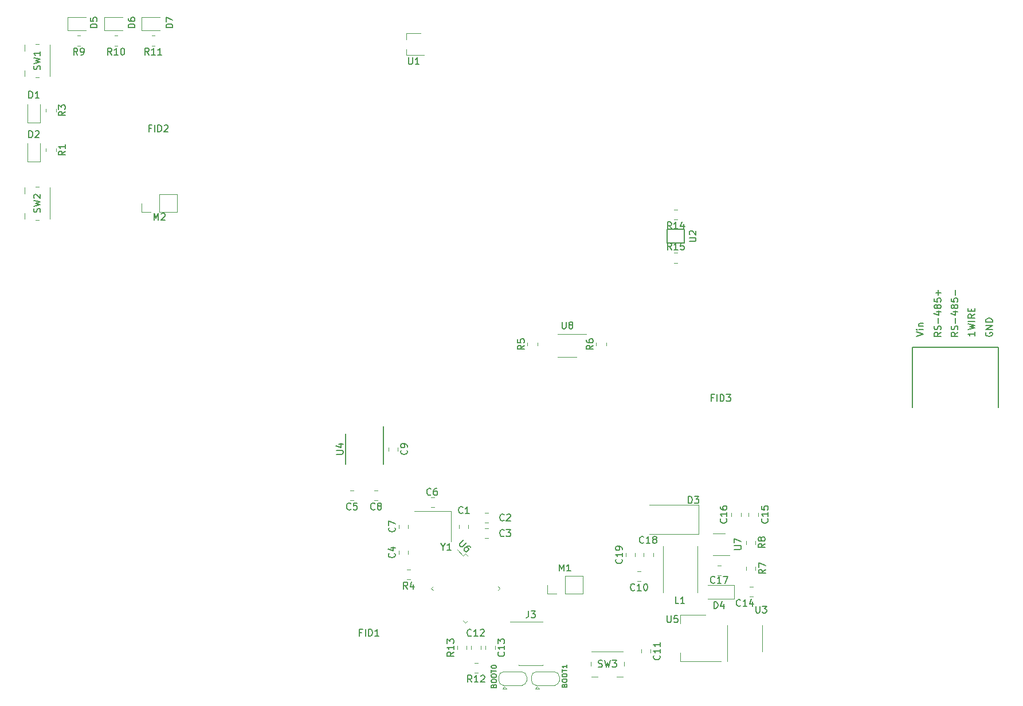
<source format=gto>
G04 #@! TF.GenerationSoftware,KiCad,Pcbnew,5.1.9+dfsg1-1~bpo10+1*
G04 #@! TF.CreationDate,2021-02-28T00:22:43+00:00*
G04 #@! TF.ProjectId,mobo,6d6f626f-2e6b-4696-9361-645f70636258,rev?*
G04 #@! TF.SameCoordinates,Original*
G04 #@! TF.FileFunction,Legend,Top*
G04 #@! TF.FilePolarity,Positive*
%FSLAX46Y46*%
G04 Gerber Fmt 4.6, Leading zero omitted, Abs format (unit mm)*
G04 Created by KiCad (PCBNEW 5.1.9+dfsg1-1~bpo10+1) date 2021-02-28 00:22:43*
%MOMM*%
%LPD*%
G01*
G04 APERTURE LIST*
%ADD10C,0.150000*%
%ADD11C,0.120000*%
G04 APERTURE END LIST*
D10*
X85746428Y-104775000D02*
X85782142Y-104667857D01*
X85817857Y-104632142D01*
X85889285Y-104596428D01*
X85996428Y-104596428D01*
X86067857Y-104632142D01*
X86103571Y-104667857D01*
X86139285Y-104739285D01*
X86139285Y-105025000D01*
X85389285Y-105025000D01*
X85389285Y-104775000D01*
X85425000Y-104703571D01*
X85460714Y-104667857D01*
X85532142Y-104632142D01*
X85603571Y-104632142D01*
X85675000Y-104667857D01*
X85710714Y-104703571D01*
X85746428Y-104775000D01*
X85746428Y-105025000D01*
X85389285Y-104132142D02*
X85389285Y-103989285D01*
X85425000Y-103917857D01*
X85496428Y-103846428D01*
X85639285Y-103810714D01*
X85889285Y-103810714D01*
X86032142Y-103846428D01*
X86103571Y-103917857D01*
X86139285Y-103989285D01*
X86139285Y-104132142D01*
X86103571Y-104203571D01*
X86032142Y-104275000D01*
X85889285Y-104310714D01*
X85639285Y-104310714D01*
X85496428Y-104275000D01*
X85425000Y-104203571D01*
X85389285Y-104132142D01*
X85389285Y-103346428D02*
X85389285Y-103203571D01*
X85425000Y-103132142D01*
X85496428Y-103060714D01*
X85639285Y-103025000D01*
X85889285Y-103025000D01*
X86032142Y-103060714D01*
X86103571Y-103132142D01*
X86139285Y-103203571D01*
X86139285Y-103346428D01*
X86103571Y-103417857D01*
X86032142Y-103489285D01*
X85889285Y-103525000D01*
X85639285Y-103525000D01*
X85496428Y-103489285D01*
X85425000Y-103417857D01*
X85389285Y-103346428D01*
X85389285Y-102810714D02*
X85389285Y-102382142D01*
X86139285Y-102596428D02*
X85389285Y-102596428D01*
X86139285Y-101739285D02*
X86139285Y-102167857D01*
X86139285Y-101953571D02*
X85389285Y-101953571D01*
X85496428Y-102025000D01*
X85567857Y-102096428D01*
X85603571Y-102167857D01*
X75296428Y-104825000D02*
X75332142Y-104717857D01*
X75367857Y-104682142D01*
X75439285Y-104646428D01*
X75546428Y-104646428D01*
X75617857Y-104682142D01*
X75653571Y-104717857D01*
X75689285Y-104789285D01*
X75689285Y-105075000D01*
X74939285Y-105075000D01*
X74939285Y-104825000D01*
X74975000Y-104753571D01*
X75010714Y-104717857D01*
X75082142Y-104682142D01*
X75153571Y-104682142D01*
X75225000Y-104717857D01*
X75260714Y-104753571D01*
X75296428Y-104825000D01*
X75296428Y-105075000D01*
X74939285Y-104182142D02*
X74939285Y-104039285D01*
X74975000Y-103967857D01*
X75046428Y-103896428D01*
X75189285Y-103860714D01*
X75439285Y-103860714D01*
X75582142Y-103896428D01*
X75653571Y-103967857D01*
X75689285Y-104039285D01*
X75689285Y-104182142D01*
X75653571Y-104253571D01*
X75582142Y-104325000D01*
X75439285Y-104360714D01*
X75189285Y-104360714D01*
X75046428Y-104325000D01*
X74975000Y-104253571D01*
X74939285Y-104182142D01*
X74939285Y-103396428D02*
X74939285Y-103253571D01*
X74975000Y-103182142D01*
X75046428Y-103110714D01*
X75189285Y-103075000D01*
X75439285Y-103075000D01*
X75582142Y-103110714D01*
X75653571Y-103182142D01*
X75689285Y-103253571D01*
X75689285Y-103396428D01*
X75653571Y-103467857D01*
X75582142Y-103539285D01*
X75439285Y-103575000D01*
X75189285Y-103575000D01*
X75046428Y-103539285D01*
X74975000Y-103467857D01*
X74939285Y-103396428D01*
X74939285Y-102860714D02*
X74939285Y-102432142D01*
X75689285Y-102646428D02*
X74939285Y-102646428D01*
X74939285Y-102039285D02*
X74939285Y-101967857D01*
X74975000Y-101896428D01*
X75010714Y-101860714D01*
X75082142Y-101825000D01*
X75225000Y-101789285D01*
X75403571Y-101789285D01*
X75546428Y-101825000D01*
X75617857Y-101860714D01*
X75653571Y-101896428D01*
X75689285Y-101967857D01*
X75689285Y-102039285D01*
X75653571Y-102110714D01*
X75617857Y-102146428D01*
X75546428Y-102182142D01*
X75403571Y-102217857D01*
X75225000Y-102217857D01*
X75082142Y-102182142D01*
X75010714Y-102146428D01*
X74975000Y-102110714D01*
X74939285Y-102039285D01*
X148020000Y-52619904D02*
X147972380Y-52715142D01*
X147972380Y-52858000D01*
X148020000Y-53000857D01*
X148115238Y-53096095D01*
X148210476Y-53143714D01*
X148400952Y-53191333D01*
X148543809Y-53191333D01*
X148734285Y-53143714D01*
X148829523Y-53096095D01*
X148924761Y-53000857D01*
X148972380Y-52858000D01*
X148972380Y-52762761D01*
X148924761Y-52619904D01*
X148877142Y-52572285D01*
X148543809Y-52572285D01*
X148543809Y-52762761D01*
X148972380Y-52143714D02*
X147972380Y-52143714D01*
X148972380Y-51572285D01*
X147972380Y-51572285D01*
X148972380Y-51096095D02*
X147972380Y-51096095D01*
X147972380Y-50858000D01*
X148020000Y-50715142D01*
X148115238Y-50619904D01*
X148210476Y-50572285D01*
X148400952Y-50524666D01*
X148543809Y-50524666D01*
X148734285Y-50572285D01*
X148829523Y-50619904D01*
X148924761Y-50715142D01*
X148972380Y-50858000D01*
X148972380Y-51096095D01*
X146372380Y-52534190D02*
X146372380Y-53105619D01*
X146372380Y-52819904D02*
X145372380Y-52819904D01*
X145515238Y-52915142D01*
X145610476Y-53010380D01*
X145658095Y-53105619D01*
X145372380Y-52200857D02*
X146372380Y-51962761D01*
X145658095Y-51772285D01*
X146372380Y-51581809D01*
X145372380Y-51343714D01*
X146372380Y-50962761D02*
X145372380Y-50962761D01*
X146372380Y-49915142D02*
X145896190Y-50248476D01*
X146372380Y-50486571D02*
X145372380Y-50486571D01*
X145372380Y-50105619D01*
X145420000Y-50010380D01*
X145467619Y-49962761D01*
X145562857Y-49915142D01*
X145705714Y-49915142D01*
X145800952Y-49962761D01*
X145848571Y-50010380D01*
X145896190Y-50105619D01*
X145896190Y-50486571D01*
X145848571Y-49486571D02*
X145848571Y-49153238D01*
X146372380Y-49010380D02*
X146372380Y-49486571D01*
X145372380Y-49486571D01*
X145372380Y-49010380D01*
X143872380Y-52591333D02*
X143396190Y-52924666D01*
X143872380Y-53162761D02*
X142872380Y-53162761D01*
X142872380Y-52781809D01*
X142920000Y-52686571D01*
X142967619Y-52638952D01*
X143062857Y-52591333D01*
X143205714Y-52591333D01*
X143300952Y-52638952D01*
X143348571Y-52686571D01*
X143396190Y-52781809D01*
X143396190Y-53162761D01*
X143824761Y-52210380D02*
X143872380Y-52067523D01*
X143872380Y-51829428D01*
X143824761Y-51734190D01*
X143777142Y-51686571D01*
X143681904Y-51638952D01*
X143586666Y-51638952D01*
X143491428Y-51686571D01*
X143443809Y-51734190D01*
X143396190Y-51829428D01*
X143348571Y-52019904D01*
X143300952Y-52115142D01*
X143253333Y-52162761D01*
X143158095Y-52210380D01*
X143062857Y-52210380D01*
X142967619Y-52162761D01*
X142920000Y-52115142D01*
X142872380Y-52019904D01*
X142872380Y-51781809D01*
X142920000Y-51638952D01*
X143491428Y-51210380D02*
X143491428Y-50448476D01*
X143205714Y-49543714D02*
X143872380Y-49543714D01*
X142824761Y-49781809D02*
X143539047Y-50019904D01*
X143539047Y-49400857D01*
X143300952Y-48877047D02*
X143253333Y-48972285D01*
X143205714Y-49019904D01*
X143110476Y-49067523D01*
X143062857Y-49067523D01*
X142967619Y-49019904D01*
X142920000Y-48972285D01*
X142872380Y-48877047D01*
X142872380Y-48686571D01*
X142920000Y-48591333D01*
X142967619Y-48543714D01*
X143062857Y-48496095D01*
X143110476Y-48496095D01*
X143205714Y-48543714D01*
X143253333Y-48591333D01*
X143300952Y-48686571D01*
X143300952Y-48877047D01*
X143348571Y-48972285D01*
X143396190Y-49019904D01*
X143491428Y-49067523D01*
X143681904Y-49067523D01*
X143777142Y-49019904D01*
X143824761Y-48972285D01*
X143872380Y-48877047D01*
X143872380Y-48686571D01*
X143824761Y-48591333D01*
X143777142Y-48543714D01*
X143681904Y-48496095D01*
X143491428Y-48496095D01*
X143396190Y-48543714D01*
X143348571Y-48591333D01*
X143300952Y-48686571D01*
X142872380Y-47591333D02*
X142872380Y-48067523D01*
X143348571Y-48115142D01*
X143300952Y-48067523D01*
X143253333Y-47972285D01*
X143253333Y-47734190D01*
X143300952Y-47638952D01*
X143348571Y-47591333D01*
X143443809Y-47543714D01*
X143681904Y-47543714D01*
X143777142Y-47591333D01*
X143824761Y-47638952D01*
X143872380Y-47734190D01*
X143872380Y-47972285D01*
X143824761Y-48067523D01*
X143777142Y-48115142D01*
X143491428Y-47115142D02*
X143491428Y-46353238D01*
X141372380Y-52591333D02*
X140896190Y-52924666D01*
X141372380Y-53162761D02*
X140372380Y-53162761D01*
X140372380Y-52781809D01*
X140420000Y-52686571D01*
X140467619Y-52638952D01*
X140562857Y-52591333D01*
X140705714Y-52591333D01*
X140800952Y-52638952D01*
X140848571Y-52686571D01*
X140896190Y-52781809D01*
X140896190Y-53162761D01*
X141324761Y-52210380D02*
X141372380Y-52067523D01*
X141372380Y-51829428D01*
X141324761Y-51734190D01*
X141277142Y-51686571D01*
X141181904Y-51638952D01*
X141086666Y-51638952D01*
X140991428Y-51686571D01*
X140943809Y-51734190D01*
X140896190Y-51829428D01*
X140848571Y-52019904D01*
X140800952Y-52115142D01*
X140753333Y-52162761D01*
X140658095Y-52210380D01*
X140562857Y-52210380D01*
X140467619Y-52162761D01*
X140420000Y-52115142D01*
X140372380Y-52019904D01*
X140372380Y-51781809D01*
X140420000Y-51638952D01*
X140991428Y-51210380D02*
X140991428Y-50448476D01*
X140705714Y-49543714D02*
X141372380Y-49543714D01*
X140324761Y-49781809D02*
X141039047Y-50019904D01*
X141039047Y-49400857D01*
X140800952Y-48877047D02*
X140753333Y-48972285D01*
X140705714Y-49019904D01*
X140610476Y-49067523D01*
X140562857Y-49067523D01*
X140467619Y-49019904D01*
X140420000Y-48972285D01*
X140372380Y-48877047D01*
X140372380Y-48686571D01*
X140420000Y-48591333D01*
X140467619Y-48543714D01*
X140562857Y-48496095D01*
X140610476Y-48496095D01*
X140705714Y-48543714D01*
X140753333Y-48591333D01*
X140800952Y-48686571D01*
X140800952Y-48877047D01*
X140848571Y-48972285D01*
X140896190Y-49019904D01*
X140991428Y-49067523D01*
X141181904Y-49067523D01*
X141277142Y-49019904D01*
X141324761Y-48972285D01*
X141372380Y-48877047D01*
X141372380Y-48686571D01*
X141324761Y-48591333D01*
X141277142Y-48543714D01*
X141181904Y-48496095D01*
X140991428Y-48496095D01*
X140896190Y-48543714D01*
X140848571Y-48591333D01*
X140800952Y-48686571D01*
X140372380Y-47591333D02*
X140372380Y-48067523D01*
X140848571Y-48115142D01*
X140800952Y-48067523D01*
X140753333Y-47972285D01*
X140753333Y-47734190D01*
X140800952Y-47638952D01*
X140848571Y-47591333D01*
X140943809Y-47543714D01*
X141181904Y-47543714D01*
X141277142Y-47591333D01*
X141324761Y-47638952D01*
X141372380Y-47734190D01*
X141372380Y-47972285D01*
X141324761Y-48067523D01*
X141277142Y-48115142D01*
X140991428Y-47115142D02*
X140991428Y-46353238D01*
X141372380Y-46734190D02*
X140610476Y-46734190D01*
X137772380Y-53181809D02*
X138772380Y-52848476D01*
X137772380Y-52515142D01*
X138772380Y-52181809D02*
X138105714Y-52181809D01*
X137772380Y-52181809D02*
X137820000Y-52229428D01*
X137867619Y-52181809D01*
X137820000Y-52134190D01*
X137772380Y-52181809D01*
X137867619Y-52181809D01*
X138105714Y-51705619D02*
X138772380Y-51705619D01*
X138200952Y-51705619D02*
X138153333Y-51658000D01*
X138105714Y-51562761D01*
X138105714Y-51419904D01*
X138153333Y-51324666D01*
X138248571Y-51277047D01*
X138772380Y-51277047D01*
D11*
X101972936Y-40865000D02*
X102427064Y-40865000D01*
X101972936Y-42335000D02*
X102427064Y-42335000D01*
X80291000Y-54583064D02*
X80291000Y-54128936D01*
X81761000Y-54583064D02*
X81761000Y-54128936D01*
X102427064Y-35935000D02*
X101972936Y-35935000D01*
X102427064Y-34465000D02*
X101972936Y-34465000D01*
X25227064Y-10235000D02*
X24772936Y-10235000D01*
X25227064Y-8765000D02*
X24772936Y-8765000D01*
X19727064Y-10235000D02*
X19272936Y-10235000D01*
X19727064Y-8765000D02*
X19272936Y-8765000D01*
X14227064Y-10235000D02*
X13772936Y-10235000D01*
X14227064Y-8765000D02*
X13772936Y-8765000D01*
X90451000Y-54583064D02*
X90451000Y-54128936D01*
X91921000Y-54583064D02*
X91921000Y-54128936D01*
X10641000Y-19584936D02*
X10641000Y-20039064D01*
X9171000Y-19584936D02*
X9171000Y-20039064D01*
X10641000Y-25426936D02*
X10641000Y-25881064D01*
X9171000Y-25426936D02*
X9171000Y-25881064D01*
X84769500Y-56250000D02*
X87569500Y-56250000D01*
X84769500Y-52850000D02*
X88969500Y-52850000D01*
X71576000Y-81538578D02*
X71576000Y-81021422D01*
X70156000Y-81538578D02*
X70156000Y-81021422D01*
X73987922Y-79300000D02*
X74505078Y-79300000D01*
X73987922Y-80720000D02*
X74505078Y-80720000D01*
X73987922Y-83006000D02*
X74505078Y-83006000D01*
X73987922Y-81586000D02*
X74505078Y-81586000D01*
X62686000Y-84831422D02*
X62686000Y-85348578D01*
X61266000Y-84831422D02*
X61266000Y-85348578D01*
X54614578Y-75998000D02*
X54097422Y-75998000D01*
X54614578Y-77418000D02*
X54097422Y-77418000D01*
X66552578Y-78434000D02*
X66035422Y-78434000D01*
X66552578Y-77014000D02*
X66035422Y-77014000D01*
X62686000Y-81538578D02*
X62686000Y-81021422D01*
X61266000Y-81538578D02*
X61266000Y-81021422D01*
X58170578Y-75998000D02*
X57653422Y-75998000D01*
X58170578Y-77418000D02*
X57653422Y-77418000D01*
X61162000Y-69591422D02*
X61162000Y-70108578D01*
X59742000Y-69591422D02*
X59742000Y-70108578D01*
X97032578Y-87936000D02*
X96515422Y-87936000D01*
X97032578Y-89356000D02*
X96515422Y-89356000D01*
X98500000Y-99436422D02*
X98500000Y-99953578D01*
X97080000Y-99436422D02*
X97080000Y-99953578D01*
X73417500Y-98928422D02*
X73417500Y-99445578D01*
X71997500Y-98928422D02*
X71997500Y-99445578D01*
X75513000Y-98928422D02*
X75513000Y-99445578D01*
X74093000Y-98928422D02*
X74093000Y-99445578D01*
X113103922Y-91642000D02*
X113621078Y-91642000D01*
X113103922Y-90222000D02*
X113621078Y-90222000D01*
X112955000Y-79243422D02*
X112955000Y-79760578D01*
X114375000Y-79243422D02*
X114375000Y-79760578D01*
X110415000Y-79243422D02*
X110415000Y-79760578D01*
X111835000Y-79243422D02*
X111835000Y-79760578D01*
X108843578Y-88467000D02*
X108326422Y-88467000D01*
X108843578Y-87047000D02*
X108326422Y-87047000D01*
X98881000Y-85729578D02*
X98881000Y-85212422D01*
X97461000Y-85729578D02*
X97461000Y-85212422D01*
X94794000Y-85729578D02*
X94794000Y-85212422D01*
X96214000Y-85729578D02*
X96214000Y-85212422D01*
X8326000Y-21575500D02*
X8326000Y-18890500D01*
X6406000Y-21575500D02*
X8326000Y-21575500D01*
X6406000Y-18890500D02*
X6406000Y-21575500D01*
X6406000Y-24654000D02*
X6406000Y-27339000D01*
X6406000Y-27339000D02*
X8326000Y-27339000D01*
X8326000Y-27339000D02*
X8326000Y-24654000D01*
X105565000Y-82414000D02*
X98265000Y-82414000D01*
X105565000Y-78114000D02*
X98265000Y-78114000D01*
X105565000Y-82414000D02*
X105565000Y-78114000D01*
X110835000Y-91932000D02*
X106935000Y-91932000D01*
X110835000Y-89932000D02*
X106935000Y-89932000D01*
X110835000Y-91932000D02*
X110835000Y-89932000D01*
D10*
X137130000Y-63710000D02*
X137130000Y-54820000D01*
X149830000Y-63710000D02*
X149830000Y-54820000D01*
X137130000Y-54820000D02*
X149830000Y-54820000D01*
D11*
X100320000Y-84180000D02*
X100320000Y-91080000D01*
X105420000Y-84180000D02*
X105420000Y-91080000D01*
X83252000Y-91246000D02*
X83252000Y-89916000D01*
X84582000Y-91246000D02*
X83252000Y-91246000D01*
X85852000Y-91246000D02*
X85852000Y-88586000D01*
X85852000Y-88586000D02*
X88452000Y-88586000D01*
X85852000Y-91246000D02*
X88452000Y-91246000D01*
X88452000Y-91246000D02*
X88452000Y-88586000D01*
X28498000Y-34858000D02*
X28498000Y-32198000D01*
X25898000Y-34858000D02*
X28498000Y-34858000D01*
X25898000Y-32198000D02*
X28498000Y-32198000D01*
X25898000Y-34858000D02*
X25898000Y-32198000D01*
X24628000Y-34858000D02*
X23298000Y-34858000D01*
X23298000Y-34858000D02*
X23298000Y-33528000D01*
X62996578Y-87682000D02*
X62479422Y-87682000D01*
X62996578Y-89102000D02*
X62479422Y-89102000D01*
X112574000Y-87713078D02*
X112574000Y-87195922D01*
X113994000Y-87713078D02*
X113994000Y-87195922D01*
X112574000Y-83385922D02*
X112574000Y-83903078D01*
X113994000Y-83385922D02*
X113994000Y-83903078D01*
X6024000Y-13871000D02*
X6024000Y-14796000D01*
X8149000Y-9996000D02*
X7599000Y-9996000D01*
X8149000Y-14896000D02*
X7599000Y-14896000D01*
X9724000Y-10096000D02*
X9724000Y-14796000D01*
X6024000Y-10096000D02*
X6024000Y-11021000D01*
X6024000Y-31178000D02*
X6024000Y-32103000D01*
X9724000Y-31178000D02*
X9724000Y-35878000D01*
X8149000Y-35978000D02*
X7599000Y-35978000D01*
X8149000Y-31078000D02*
X7599000Y-31078000D01*
X6024000Y-34953000D02*
X6024000Y-35878000D01*
X93500000Y-103450000D02*
X94425000Y-103450000D01*
X89625000Y-101325000D02*
X89625000Y-101875000D01*
X94525000Y-101325000D02*
X94525000Y-101875000D01*
X89725000Y-99750000D02*
X94425000Y-99750000D01*
X89725000Y-103450000D02*
X90650000Y-103450000D01*
X64551000Y-8431000D02*
X62401000Y-8431000D01*
X64976000Y-11651000D02*
X62401000Y-11651000D01*
X62401000Y-9341000D02*
X62401000Y-8431000D01*
X62401000Y-11651000D02*
X62401000Y-10741000D01*
X109835000Y-97790000D02*
X109835000Y-101240000D01*
X109835000Y-97790000D02*
X109835000Y-95840000D01*
X114955000Y-97790000D02*
X114955000Y-99740000D01*
X114955000Y-97790000D02*
X114955000Y-95840000D01*
D10*
X58970000Y-66456000D02*
X58970000Y-72081000D01*
X53420000Y-67581000D02*
X53420000Y-72081000D01*
D11*
X108875000Y-101200000D02*
X102865000Y-101200000D01*
X106625000Y-94380000D02*
X102865000Y-94380000D01*
X102865000Y-101200000D02*
X102865000Y-99940000D01*
X102865000Y-94380000D02*
X102865000Y-95640000D01*
X70801802Y-85636887D02*
X69889634Y-84724719D01*
X71120000Y-85318689D02*
X70801802Y-85636887D01*
X71438198Y-85636887D02*
X71120000Y-85318689D01*
X76225311Y-90424000D02*
X75907113Y-90742198D01*
X75907113Y-90105802D02*
X76225311Y-90424000D01*
X66014689Y-90424000D02*
X66332887Y-90105802D01*
X66332887Y-90742198D02*
X66014689Y-90424000D01*
X71120000Y-95529311D02*
X71438198Y-95211113D01*
X70801802Y-95211113D02*
X71120000Y-95529311D01*
X107685000Y-85557000D02*
X110135000Y-85557000D01*
X109485000Y-82337000D02*
X107685000Y-82337000D01*
X68994000Y-79030000D02*
X63594000Y-79030000D01*
X68994000Y-83530000D02*
X68994000Y-79030000D01*
X12377500Y-7960000D02*
X15062500Y-7960000D01*
X12377500Y-6040000D02*
X12377500Y-7960000D01*
X15062500Y-6040000D02*
X12377500Y-6040000D01*
X20500000Y-6040000D02*
X17815000Y-6040000D01*
X17815000Y-6040000D02*
X17815000Y-7960000D01*
X17815000Y-7960000D02*
X20500000Y-7960000D01*
X23315000Y-7960000D02*
X26000000Y-7960000D01*
X23315000Y-6040000D02*
X23315000Y-7960000D01*
X26000000Y-6040000D02*
X23315000Y-6040000D01*
X76705000Y-102759000D02*
X79505000Y-102759000D01*
X80155000Y-103459000D02*
X80155000Y-104059000D01*
X79505000Y-104759000D02*
X76705000Y-104759000D01*
X76055000Y-104059000D02*
X76055000Y-103459000D01*
X76905000Y-104959000D02*
X76605000Y-105259000D01*
X76605000Y-105259000D02*
X77205000Y-105259000D01*
X76905000Y-104959000D02*
X77205000Y-105259000D01*
X79455000Y-102759000D02*
G75*
G02*
X80155000Y-103459000I0J-700000D01*
G01*
X80155000Y-104059000D02*
G75*
G02*
X79455000Y-104759000I-700000J0D01*
G01*
X76755000Y-104759000D02*
G75*
G02*
X76055000Y-104059000I0J700000D01*
G01*
X76055000Y-103459000D02*
G75*
G02*
X76755000Y-102759000I700000J0D01*
G01*
X81731000Y-104959000D02*
X82031000Y-105259000D01*
X81431000Y-105259000D02*
X82031000Y-105259000D01*
X81731000Y-104959000D02*
X81431000Y-105259000D01*
X80881000Y-104059000D02*
X80881000Y-103459000D01*
X84331000Y-104759000D02*
X81531000Y-104759000D01*
X84981000Y-103459000D02*
X84981000Y-104059000D01*
X81531000Y-102759000D02*
X84331000Y-102759000D01*
X80881000Y-103459000D02*
G75*
G02*
X81581000Y-102759000I700000J0D01*
G01*
X81581000Y-104759000D02*
G75*
G02*
X80881000Y-104059000I0J700000D01*
G01*
X84981000Y-104059000D02*
G75*
G02*
X84281000Y-104759000I-700000J0D01*
G01*
X84281000Y-102759000D02*
G75*
G02*
X84981000Y-103459000I0J-700000D01*
G01*
X72966078Y-102881500D02*
X72448922Y-102881500D01*
X72966078Y-101461500D02*
X72448922Y-101461500D01*
X71322000Y-99445578D02*
X71322000Y-98928422D01*
X69902000Y-99445578D02*
X69902000Y-98928422D01*
D10*
X100925000Y-39400000D02*
X103425000Y-39400000D01*
X100925000Y-37400000D02*
X100925000Y-39400000D01*
X103425000Y-37400000D02*
X100925000Y-37400000D01*
X103425000Y-39400000D02*
X103425000Y-37400000D01*
D11*
X82537000Y-101722000D02*
X82537000Y-101787000D01*
X79007000Y-101722000D02*
X79007000Y-101787000D01*
X82537000Y-95317000D02*
X82537000Y-95382000D01*
X79007000Y-95317000D02*
X79007000Y-95382000D01*
X77682000Y-95382000D02*
X79007000Y-95382000D01*
X79007000Y-101787000D02*
X82537000Y-101787000D01*
X79007000Y-95317000D02*
X82537000Y-95317000D01*
D10*
X101557142Y-40402380D02*
X101223809Y-39926190D01*
X100985714Y-40402380D02*
X100985714Y-39402380D01*
X101366666Y-39402380D01*
X101461904Y-39450000D01*
X101509523Y-39497619D01*
X101557142Y-39592857D01*
X101557142Y-39735714D01*
X101509523Y-39830952D01*
X101461904Y-39878571D01*
X101366666Y-39926190D01*
X100985714Y-39926190D01*
X102509523Y-40402380D02*
X101938095Y-40402380D01*
X102223809Y-40402380D02*
X102223809Y-39402380D01*
X102128571Y-39545238D01*
X102033333Y-39640476D01*
X101938095Y-39688095D01*
X103414285Y-39402380D02*
X102938095Y-39402380D01*
X102890476Y-39878571D01*
X102938095Y-39830952D01*
X103033333Y-39783333D01*
X103271428Y-39783333D01*
X103366666Y-39830952D01*
X103414285Y-39878571D01*
X103461904Y-39973809D01*
X103461904Y-40211904D01*
X103414285Y-40307142D01*
X103366666Y-40354761D01*
X103271428Y-40402380D01*
X103033333Y-40402380D01*
X102938095Y-40354761D01*
X102890476Y-40307142D01*
X79828380Y-54522666D02*
X79352190Y-54856000D01*
X79828380Y-55094095D02*
X78828380Y-55094095D01*
X78828380Y-54713142D01*
X78876000Y-54617904D01*
X78923619Y-54570285D01*
X79018857Y-54522666D01*
X79161714Y-54522666D01*
X79256952Y-54570285D01*
X79304571Y-54617904D01*
X79352190Y-54713142D01*
X79352190Y-55094095D01*
X78828380Y-53617904D02*
X78828380Y-54094095D01*
X79304571Y-54141714D01*
X79256952Y-54094095D01*
X79209333Y-53998857D01*
X79209333Y-53760761D01*
X79256952Y-53665523D01*
X79304571Y-53617904D01*
X79399809Y-53570285D01*
X79637904Y-53570285D01*
X79733142Y-53617904D01*
X79780761Y-53665523D01*
X79828380Y-53760761D01*
X79828380Y-53998857D01*
X79780761Y-54094095D01*
X79733142Y-54141714D01*
X101557142Y-37302380D02*
X101223809Y-36826190D01*
X100985714Y-37302380D02*
X100985714Y-36302380D01*
X101366666Y-36302380D01*
X101461904Y-36350000D01*
X101509523Y-36397619D01*
X101557142Y-36492857D01*
X101557142Y-36635714D01*
X101509523Y-36730952D01*
X101461904Y-36778571D01*
X101366666Y-36826190D01*
X100985714Y-36826190D01*
X102509523Y-37302380D02*
X101938095Y-37302380D01*
X102223809Y-37302380D02*
X102223809Y-36302380D01*
X102128571Y-36445238D01*
X102033333Y-36540476D01*
X101938095Y-36588095D01*
X103366666Y-36635714D02*
X103366666Y-37302380D01*
X103128571Y-36254761D02*
X102890476Y-36969047D01*
X103509523Y-36969047D01*
X24357142Y-11602380D02*
X24023809Y-11126190D01*
X23785714Y-11602380D02*
X23785714Y-10602380D01*
X24166666Y-10602380D01*
X24261904Y-10650000D01*
X24309523Y-10697619D01*
X24357142Y-10792857D01*
X24357142Y-10935714D01*
X24309523Y-11030952D01*
X24261904Y-11078571D01*
X24166666Y-11126190D01*
X23785714Y-11126190D01*
X25309523Y-11602380D02*
X24738095Y-11602380D01*
X25023809Y-11602380D02*
X25023809Y-10602380D01*
X24928571Y-10745238D01*
X24833333Y-10840476D01*
X24738095Y-10888095D01*
X26261904Y-11602380D02*
X25690476Y-11602380D01*
X25976190Y-11602380D02*
X25976190Y-10602380D01*
X25880952Y-10745238D01*
X25785714Y-10840476D01*
X25690476Y-10888095D01*
X18857142Y-11602380D02*
X18523809Y-11126190D01*
X18285714Y-11602380D02*
X18285714Y-10602380D01*
X18666666Y-10602380D01*
X18761904Y-10650000D01*
X18809523Y-10697619D01*
X18857142Y-10792857D01*
X18857142Y-10935714D01*
X18809523Y-11030952D01*
X18761904Y-11078571D01*
X18666666Y-11126190D01*
X18285714Y-11126190D01*
X19809523Y-11602380D02*
X19238095Y-11602380D01*
X19523809Y-11602380D02*
X19523809Y-10602380D01*
X19428571Y-10745238D01*
X19333333Y-10840476D01*
X19238095Y-10888095D01*
X20428571Y-10602380D02*
X20523809Y-10602380D01*
X20619047Y-10650000D01*
X20666666Y-10697619D01*
X20714285Y-10792857D01*
X20761904Y-10983333D01*
X20761904Y-11221428D01*
X20714285Y-11411904D01*
X20666666Y-11507142D01*
X20619047Y-11554761D01*
X20523809Y-11602380D01*
X20428571Y-11602380D01*
X20333333Y-11554761D01*
X20285714Y-11507142D01*
X20238095Y-11411904D01*
X20190476Y-11221428D01*
X20190476Y-10983333D01*
X20238095Y-10792857D01*
X20285714Y-10697619D01*
X20333333Y-10650000D01*
X20428571Y-10602380D01*
X13833333Y-11602380D02*
X13500000Y-11126190D01*
X13261904Y-11602380D02*
X13261904Y-10602380D01*
X13642857Y-10602380D01*
X13738095Y-10650000D01*
X13785714Y-10697619D01*
X13833333Y-10792857D01*
X13833333Y-10935714D01*
X13785714Y-11030952D01*
X13738095Y-11078571D01*
X13642857Y-11126190D01*
X13261904Y-11126190D01*
X14309523Y-11602380D02*
X14500000Y-11602380D01*
X14595238Y-11554761D01*
X14642857Y-11507142D01*
X14738095Y-11364285D01*
X14785714Y-11173809D01*
X14785714Y-10792857D01*
X14738095Y-10697619D01*
X14690476Y-10650000D01*
X14595238Y-10602380D01*
X14404761Y-10602380D01*
X14309523Y-10650000D01*
X14261904Y-10697619D01*
X14214285Y-10792857D01*
X14214285Y-11030952D01*
X14261904Y-11126190D01*
X14309523Y-11173809D01*
X14404761Y-11221428D01*
X14595238Y-11221428D01*
X14690476Y-11173809D01*
X14738095Y-11126190D01*
X14785714Y-11030952D01*
X89988380Y-54522666D02*
X89512190Y-54856000D01*
X89988380Y-55094095D02*
X88988380Y-55094095D01*
X88988380Y-54713142D01*
X89036000Y-54617904D01*
X89083619Y-54570285D01*
X89178857Y-54522666D01*
X89321714Y-54522666D01*
X89416952Y-54570285D01*
X89464571Y-54617904D01*
X89512190Y-54713142D01*
X89512190Y-55094095D01*
X88988380Y-53665523D02*
X88988380Y-53856000D01*
X89036000Y-53951238D01*
X89083619Y-53998857D01*
X89226476Y-54094095D01*
X89416952Y-54141714D01*
X89797904Y-54141714D01*
X89893142Y-54094095D01*
X89940761Y-54046476D01*
X89988380Y-53951238D01*
X89988380Y-53760761D01*
X89940761Y-53665523D01*
X89893142Y-53617904D01*
X89797904Y-53570285D01*
X89559809Y-53570285D01*
X89464571Y-53617904D01*
X89416952Y-53665523D01*
X89369333Y-53760761D01*
X89369333Y-53951238D01*
X89416952Y-54046476D01*
X89464571Y-54094095D01*
X89559809Y-54141714D01*
X12008380Y-19978666D02*
X11532190Y-20312000D01*
X12008380Y-20550095D02*
X11008380Y-20550095D01*
X11008380Y-20169142D01*
X11056000Y-20073904D01*
X11103619Y-20026285D01*
X11198857Y-19978666D01*
X11341714Y-19978666D01*
X11436952Y-20026285D01*
X11484571Y-20073904D01*
X11532190Y-20169142D01*
X11532190Y-20550095D01*
X11008380Y-19645333D02*
X11008380Y-19026285D01*
X11389333Y-19359619D01*
X11389333Y-19216761D01*
X11436952Y-19121523D01*
X11484571Y-19073904D01*
X11579809Y-19026285D01*
X11817904Y-19026285D01*
X11913142Y-19073904D01*
X11960761Y-19121523D01*
X12008380Y-19216761D01*
X12008380Y-19502476D01*
X11960761Y-19597714D01*
X11913142Y-19645333D01*
X12008380Y-25820666D02*
X11532190Y-26154000D01*
X12008380Y-26392095D02*
X11008380Y-26392095D01*
X11008380Y-26011142D01*
X11056000Y-25915904D01*
X11103619Y-25868285D01*
X11198857Y-25820666D01*
X11341714Y-25820666D01*
X11436952Y-25868285D01*
X11484571Y-25915904D01*
X11532190Y-26011142D01*
X11532190Y-26392095D01*
X12008380Y-24868285D02*
X12008380Y-25439714D01*
X12008380Y-25154000D02*
X11008380Y-25154000D01*
X11151238Y-25249238D01*
X11246476Y-25344476D01*
X11294095Y-25439714D01*
X85407595Y-51052380D02*
X85407595Y-51861904D01*
X85455214Y-51957142D01*
X85502833Y-52004761D01*
X85598071Y-52052380D01*
X85788547Y-52052380D01*
X85883785Y-52004761D01*
X85931404Y-51957142D01*
X85979023Y-51861904D01*
X85979023Y-51052380D01*
X86598071Y-51480952D02*
X86502833Y-51433333D01*
X86455214Y-51385714D01*
X86407595Y-51290476D01*
X86407595Y-51242857D01*
X86455214Y-51147619D01*
X86502833Y-51100000D01*
X86598071Y-51052380D01*
X86788547Y-51052380D01*
X86883785Y-51100000D01*
X86931404Y-51147619D01*
X86979023Y-51242857D01*
X86979023Y-51290476D01*
X86931404Y-51385714D01*
X86883785Y-51433333D01*
X86788547Y-51480952D01*
X86598071Y-51480952D01*
X86502833Y-51528571D01*
X86455214Y-51576190D01*
X86407595Y-51671428D01*
X86407595Y-51861904D01*
X86455214Y-51957142D01*
X86502833Y-52004761D01*
X86598071Y-52052380D01*
X86788547Y-52052380D01*
X86883785Y-52004761D01*
X86931404Y-51957142D01*
X86979023Y-51861904D01*
X86979023Y-51671428D01*
X86931404Y-51576190D01*
X86883785Y-51528571D01*
X86788547Y-51480952D01*
X70733333Y-79257142D02*
X70685714Y-79304761D01*
X70542857Y-79352380D01*
X70447619Y-79352380D01*
X70304761Y-79304761D01*
X70209523Y-79209523D01*
X70161904Y-79114285D01*
X70114285Y-78923809D01*
X70114285Y-78780952D01*
X70161904Y-78590476D01*
X70209523Y-78495238D01*
X70304761Y-78400000D01*
X70447619Y-78352380D01*
X70542857Y-78352380D01*
X70685714Y-78400000D01*
X70733333Y-78447619D01*
X71685714Y-79352380D02*
X71114285Y-79352380D01*
X71400000Y-79352380D02*
X71400000Y-78352380D01*
X71304761Y-78495238D01*
X71209523Y-78590476D01*
X71114285Y-78638095D01*
X76833333Y-80357142D02*
X76785714Y-80404761D01*
X76642857Y-80452380D01*
X76547619Y-80452380D01*
X76404761Y-80404761D01*
X76309523Y-80309523D01*
X76261904Y-80214285D01*
X76214285Y-80023809D01*
X76214285Y-79880952D01*
X76261904Y-79690476D01*
X76309523Y-79595238D01*
X76404761Y-79500000D01*
X76547619Y-79452380D01*
X76642857Y-79452380D01*
X76785714Y-79500000D01*
X76833333Y-79547619D01*
X77214285Y-79547619D02*
X77261904Y-79500000D01*
X77357142Y-79452380D01*
X77595238Y-79452380D01*
X77690476Y-79500000D01*
X77738095Y-79547619D01*
X77785714Y-79642857D01*
X77785714Y-79738095D01*
X77738095Y-79880952D01*
X77166666Y-80452380D01*
X77785714Y-80452380D01*
X76833333Y-82657142D02*
X76785714Y-82704761D01*
X76642857Y-82752380D01*
X76547619Y-82752380D01*
X76404761Y-82704761D01*
X76309523Y-82609523D01*
X76261904Y-82514285D01*
X76214285Y-82323809D01*
X76214285Y-82180952D01*
X76261904Y-81990476D01*
X76309523Y-81895238D01*
X76404761Y-81800000D01*
X76547619Y-81752380D01*
X76642857Y-81752380D01*
X76785714Y-81800000D01*
X76833333Y-81847619D01*
X77166666Y-81752380D02*
X77785714Y-81752380D01*
X77452380Y-82133333D01*
X77595238Y-82133333D01*
X77690476Y-82180952D01*
X77738095Y-82228571D01*
X77785714Y-82323809D01*
X77785714Y-82561904D01*
X77738095Y-82657142D01*
X77690476Y-82704761D01*
X77595238Y-82752380D01*
X77309523Y-82752380D01*
X77214285Y-82704761D01*
X77166666Y-82657142D01*
X60657142Y-85256666D02*
X60704761Y-85304285D01*
X60752380Y-85447142D01*
X60752380Y-85542380D01*
X60704761Y-85685238D01*
X60609523Y-85780476D01*
X60514285Y-85828095D01*
X60323809Y-85875714D01*
X60180952Y-85875714D01*
X59990476Y-85828095D01*
X59895238Y-85780476D01*
X59800000Y-85685238D01*
X59752380Y-85542380D01*
X59752380Y-85447142D01*
X59800000Y-85304285D01*
X59847619Y-85256666D01*
X60085714Y-84399523D02*
X60752380Y-84399523D01*
X59704761Y-84637619D02*
X60419047Y-84875714D01*
X60419047Y-84256666D01*
X54189333Y-78715142D02*
X54141714Y-78762761D01*
X53998857Y-78810380D01*
X53903619Y-78810380D01*
X53760761Y-78762761D01*
X53665523Y-78667523D01*
X53617904Y-78572285D01*
X53570285Y-78381809D01*
X53570285Y-78238952D01*
X53617904Y-78048476D01*
X53665523Y-77953238D01*
X53760761Y-77858000D01*
X53903619Y-77810380D01*
X53998857Y-77810380D01*
X54141714Y-77858000D01*
X54189333Y-77905619D01*
X55094095Y-77810380D02*
X54617904Y-77810380D01*
X54570285Y-78286571D01*
X54617904Y-78238952D01*
X54713142Y-78191333D01*
X54951238Y-78191333D01*
X55046476Y-78238952D01*
X55094095Y-78286571D01*
X55141714Y-78381809D01*
X55141714Y-78619904D01*
X55094095Y-78715142D01*
X55046476Y-78762761D01*
X54951238Y-78810380D01*
X54713142Y-78810380D01*
X54617904Y-78762761D01*
X54570285Y-78715142D01*
X66033333Y-76557142D02*
X65985714Y-76604761D01*
X65842857Y-76652380D01*
X65747619Y-76652380D01*
X65604761Y-76604761D01*
X65509523Y-76509523D01*
X65461904Y-76414285D01*
X65414285Y-76223809D01*
X65414285Y-76080952D01*
X65461904Y-75890476D01*
X65509523Y-75795238D01*
X65604761Y-75700000D01*
X65747619Y-75652380D01*
X65842857Y-75652380D01*
X65985714Y-75700000D01*
X66033333Y-75747619D01*
X66890476Y-75652380D02*
X66700000Y-75652380D01*
X66604761Y-75700000D01*
X66557142Y-75747619D01*
X66461904Y-75890476D01*
X66414285Y-76080952D01*
X66414285Y-76461904D01*
X66461904Y-76557142D01*
X66509523Y-76604761D01*
X66604761Y-76652380D01*
X66795238Y-76652380D01*
X66890476Y-76604761D01*
X66938095Y-76557142D01*
X66985714Y-76461904D01*
X66985714Y-76223809D01*
X66938095Y-76128571D01*
X66890476Y-76080952D01*
X66795238Y-76033333D01*
X66604761Y-76033333D01*
X66509523Y-76080952D01*
X66461904Y-76128571D01*
X66414285Y-76223809D01*
X60683142Y-81446666D02*
X60730761Y-81494285D01*
X60778380Y-81637142D01*
X60778380Y-81732380D01*
X60730761Y-81875238D01*
X60635523Y-81970476D01*
X60540285Y-82018095D01*
X60349809Y-82065714D01*
X60206952Y-82065714D01*
X60016476Y-82018095D01*
X59921238Y-81970476D01*
X59826000Y-81875238D01*
X59778380Y-81732380D01*
X59778380Y-81637142D01*
X59826000Y-81494285D01*
X59873619Y-81446666D01*
X59778380Y-81113333D02*
X59778380Y-80446666D01*
X60778380Y-80875238D01*
X57745333Y-78715142D02*
X57697714Y-78762761D01*
X57554857Y-78810380D01*
X57459619Y-78810380D01*
X57316761Y-78762761D01*
X57221523Y-78667523D01*
X57173904Y-78572285D01*
X57126285Y-78381809D01*
X57126285Y-78238952D01*
X57173904Y-78048476D01*
X57221523Y-77953238D01*
X57316761Y-77858000D01*
X57459619Y-77810380D01*
X57554857Y-77810380D01*
X57697714Y-77858000D01*
X57745333Y-77905619D01*
X58316761Y-78238952D02*
X58221523Y-78191333D01*
X58173904Y-78143714D01*
X58126285Y-78048476D01*
X58126285Y-78000857D01*
X58173904Y-77905619D01*
X58221523Y-77858000D01*
X58316761Y-77810380D01*
X58507238Y-77810380D01*
X58602476Y-77858000D01*
X58650095Y-77905619D01*
X58697714Y-78000857D01*
X58697714Y-78048476D01*
X58650095Y-78143714D01*
X58602476Y-78191333D01*
X58507238Y-78238952D01*
X58316761Y-78238952D01*
X58221523Y-78286571D01*
X58173904Y-78334190D01*
X58126285Y-78429428D01*
X58126285Y-78619904D01*
X58173904Y-78715142D01*
X58221523Y-78762761D01*
X58316761Y-78810380D01*
X58507238Y-78810380D01*
X58602476Y-78762761D01*
X58650095Y-78715142D01*
X58697714Y-78619904D01*
X58697714Y-78429428D01*
X58650095Y-78334190D01*
X58602476Y-78286571D01*
X58507238Y-78238952D01*
X62459142Y-70016666D02*
X62506761Y-70064285D01*
X62554380Y-70207142D01*
X62554380Y-70302380D01*
X62506761Y-70445238D01*
X62411523Y-70540476D01*
X62316285Y-70588095D01*
X62125809Y-70635714D01*
X61982952Y-70635714D01*
X61792476Y-70588095D01*
X61697238Y-70540476D01*
X61602000Y-70445238D01*
X61554380Y-70302380D01*
X61554380Y-70207142D01*
X61602000Y-70064285D01*
X61649619Y-70016666D01*
X62554380Y-69540476D02*
X62554380Y-69350000D01*
X62506761Y-69254761D01*
X62459142Y-69207142D01*
X62316285Y-69111904D01*
X62125809Y-69064285D01*
X61744857Y-69064285D01*
X61649619Y-69111904D01*
X61602000Y-69159523D01*
X61554380Y-69254761D01*
X61554380Y-69445238D01*
X61602000Y-69540476D01*
X61649619Y-69588095D01*
X61744857Y-69635714D01*
X61982952Y-69635714D01*
X62078190Y-69588095D01*
X62125809Y-69540476D01*
X62173428Y-69445238D01*
X62173428Y-69254761D01*
X62125809Y-69159523D01*
X62078190Y-69111904D01*
X61982952Y-69064285D01*
X96131142Y-90653142D02*
X96083523Y-90700761D01*
X95940666Y-90748380D01*
X95845428Y-90748380D01*
X95702571Y-90700761D01*
X95607333Y-90605523D01*
X95559714Y-90510285D01*
X95512095Y-90319809D01*
X95512095Y-90176952D01*
X95559714Y-89986476D01*
X95607333Y-89891238D01*
X95702571Y-89796000D01*
X95845428Y-89748380D01*
X95940666Y-89748380D01*
X96083523Y-89796000D01*
X96131142Y-89843619D01*
X97083523Y-90748380D02*
X96512095Y-90748380D01*
X96797809Y-90748380D02*
X96797809Y-89748380D01*
X96702571Y-89891238D01*
X96607333Y-89986476D01*
X96512095Y-90034095D01*
X97702571Y-89748380D02*
X97797809Y-89748380D01*
X97893047Y-89796000D01*
X97940666Y-89843619D01*
X97988285Y-89938857D01*
X98035904Y-90129333D01*
X98035904Y-90367428D01*
X97988285Y-90557904D01*
X97940666Y-90653142D01*
X97893047Y-90700761D01*
X97797809Y-90748380D01*
X97702571Y-90748380D01*
X97607333Y-90700761D01*
X97559714Y-90653142D01*
X97512095Y-90557904D01*
X97464476Y-90367428D01*
X97464476Y-90129333D01*
X97512095Y-89938857D01*
X97559714Y-89843619D01*
X97607333Y-89796000D01*
X97702571Y-89748380D01*
X99797142Y-100337857D02*
X99844761Y-100385476D01*
X99892380Y-100528333D01*
X99892380Y-100623571D01*
X99844761Y-100766428D01*
X99749523Y-100861666D01*
X99654285Y-100909285D01*
X99463809Y-100956904D01*
X99320952Y-100956904D01*
X99130476Y-100909285D01*
X99035238Y-100861666D01*
X98940000Y-100766428D01*
X98892380Y-100623571D01*
X98892380Y-100528333D01*
X98940000Y-100385476D01*
X98987619Y-100337857D01*
X99892380Y-99385476D02*
X99892380Y-99956904D01*
X99892380Y-99671190D02*
X98892380Y-99671190D01*
X99035238Y-99766428D01*
X99130476Y-99861666D01*
X99178095Y-99956904D01*
X99892380Y-98433095D02*
X99892380Y-99004523D01*
X99892380Y-98718809D02*
X98892380Y-98718809D01*
X99035238Y-98814047D01*
X99130476Y-98909285D01*
X99178095Y-99004523D01*
X72001142Y-97385142D02*
X71953523Y-97432761D01*
X71810666Y-97480380D01*
X71715428Y-97480380D01*
X71572571Y-97432761D01*
X71477333Y-97337523D01*
X71429714Y-97242285D01*
X71382095Y-97051809D01*
X71382095Y-96908952D01*
X71429714Y-96718476D01*
X71477333Y-96623238D01*
X71572571Y-96528000D01*
X71715428Y-96480380D01*
X71810666Y-96480380D01*
X71953523Y-96528000D01*
X72001142Y-96575619D01*
X72953523Y-97480380D02*
X72382095Y-97480380D01*
X72667809Y-97480380D02*
X72667809Y-96480380D01*
X72572571Y-96623238D01*
X72477333Y-96718476D01*
X72382095Y-96766095D01*
X73334476Y-96575619D02*
X73382095Y-96528000D01*
X73477333Y-96480380D01*
X73715428Y-96480380D01*
X73810666Y-96528000D01*
X73858285Y-96575619D01*
X73905904Y-96670857D01*
X73905904Y-96766095D01*
X73858285Y-96908952D01*
X73286857Y-97480380D01*
X73905904Y-97480380D01*
X76810142Y-99829857D02*
X76857761Y-99877476D01*
X76905380Y-100020333D01*
X76905380Y-100115571D01*
X76857761Y-100258428D01*
X76762523Y-100353666D01*
X76667285Y-100401285D01*
X76476809Y-100448904D01*
X76333952Y-100448904D01*
X76143476Y-100401285D01*
X76048238Y-100353666D01*
X75953000Y-100258428D01*
X75905380Y-100115571D01*
X75905380Y-100020333D01*
X75953000Y-99877476D01*
X76000619Y-99829857D01*
X76905380Y-98877476D02*
X76905380Y-99448904D01*
X76905380Y-99163190D02*
X75905380Y-99163190D01*
X76048238Y-99258428D01*
X76143476Y-99353666D01*
X76191095Y-99448904D01*
X75905380Y-98544142D02*
X75905380Y-97925095D01*
X76286333Y-98258428D01*
X76286333Y-98115571D01*
X76333952Y-98020333D01*
X76381571Y-97972714D01*
X76476809Y-97925095D01*
X76714904Y-97925095D01*
X76810142Y-97972714D01*
X76857761Y-98020333D01*
X76905380Y-98115571D01*
X76905380Y-98401285D01*
X76857761Y-98496523D01*
X76810142Y-98544142D01*
X111757142Y-92957142D02*
X111709523Y-93004761D01*
X111566666Y-93052380D01*
X111471428Y-93052380D01*
X111328571Y-93004761D01*
X111233333Y-92909523D01*
X111185714Y-92814285D01*
X111138095Y-92623809D01*
X111138095Y-92480952D01*
X111185714Y-92290476D01*
X111233333Y-92195238D01*
X111328571Y-92100000D01*
X111471428Y-92052380D01*
X111566666Y-92052380D01*
X111709523Y-92100000D01*
X111757142Y-92147619D01*
X112709523Y-93052380D02*
X112138095Y-93052380D01*
X112423809Y-93052380D02*
X112423809Y-92052380D01*
X112328571Y-92195238D01*
X112233333Y-92290476D01*
X112138095Y-92338095D01*
X113566666Y-92385714D02*
X113566666Y-93052380D01*
X113328571Y-92004761D02*
X113090476Y-92719047D01*
X113709523Y-92719047D01*
X115757142Y-80142857D02*
X115804761Y-80190476D01*
X115852380Y-80333333D01*
X115852380Y-80428571D01*
X115804761Y-80571428D01*
X115709523Y-80666666D01*
X115614285Y-80714285D01*
X115423809Y-80761904D01*
X115280952Y-80761904D01*
X115090476Y-80714285D01*
X114995238Y-80666666D01*
X114900000Y-80571428D01*
X114852380Y-80428571D01*
X114852380Y-80333333D01*
X114900000Y-80190476D01*
X114947619Y-80142857D01*
X115852380Y-79190476D02*
X115852380Y-79761904D01*
X115852380Y-79476190D02*
X114852380Y-79476190D01*
X114995238Y-79571428D01*
X115090476Y-79666666D01*
X115138095Y-79761904D01*
X114852380Y-78285714D02*
X114852380Y-78761904D01*
X115328571Y-78809523D01*
X115280952Y-78761904D01*
X115233333Y-78666666D01*
X115233333Y-78428571D01*
X115280952Y-78333333D01*
X115328571Y-78285714D01*
X115423809Y-78238095D01*
X115661904Y-78238095D01*
X115757142Y-78285714D01*
X115804761Y-78333333D01*
X115852380Y-78428571D01*
X115852380Y-78666666D01*
X115804761Y-78761904D01*
X115757142Y-78809523D01*
X109657142Y-80142857D02*
X109704761Y-80190476D01*
X109752380Y-80333333D01*
X109752380Y-80428571D01*
X109704761Y-80571428D01*
X109609523Y-80666666D01*
X109514285Y-80714285D01*
X109323809Y-80761904D01*
X109180952Y-80761904D01*
X108990476Y-80714285D01*
X108895238Y-80666666D01*
X108800000Y-80571428D01*
X108752380Y-80428571D01*
X108752380Y-80333333D01*
X108800000Y-80190476D01*
X108847619Y-80142857D01*
X109752380Y-79190476D02*
X109752380Y-79761904D01*
X109752380Y-79476190D02*
X108752380Y-79476190D01*
X108895238Y-79571428D01*
X108990476Y-79666666D01*
X109038095Y-79761904D01*
X108752380Y-78333333D02*
X108752380Y-78523809D01*
X108800000Y-78619047D01*
X108847619Y-78666666D01*
X108990476Y-78761904D01*
X109180952Y-78809523D01*
X109561904Y-78809523D01*
X109657142Y-78761904D01*
X109704761Y-78714285D01*
X109752380Y-78619047D01*
X109752380Y-78428571D01*
X109704761Y-78333333D01*
X109657142Y-78285714D01*
X109561904Y-78238095D01*
X109323809Y-78238095D01*
X109228571Y-78285714D01*
X109180952Y-78333333D01*
X109133333Y-78428571D01*
X109133333Y-78619047D01*
X109180952Y-78714285D01*
X109228571Y-78761904D01*
X109323809Y-78809523D01*
X107957142Y-89557142D02*
X107909523Y-89604761D01*
X107766666Y-89652380D01*
X107671428Y-89652380D01*
X107528571Y-89604761D01*
X107433333Y-89509523D01*
X107385714Y-89414285D01*
X107338095Y-89223809D01*
X107338095Y-89080952D01*
X107385714Y-88890476D01*
X107433333Y-88795238D01*
X107528571Y-88700000D01*
X107671428Y-88652380D01*
X107766666Y-88652380D01*
X107909523Y-88700000D01*
X107957142Y-88747619D01*
X108909523Y-89652380D02*
X108338095Y-89652380D01*
X108623809Y-89652380D02*
X108623809Y-88652380D01*
X108528571Y-88795238D01*
X108433333Y-88890476D01*
X108338095Y-88938095D01*
X109242857Y-88652380D02*
X109909523Y-88652380D01*
X109480952Y-89652380D01*
X97457142Y-83657142D02*
X97409523Y-83704761D01*
X97266666Y-83752380D01*
X97171428Y-83752380D01*
X97028571Y-83704761D01*
X96933333Y-83609523D01*
X96885714Y-83514285D01*
X96838095Y-83323809D01*
X96838095Y-83180952D01*
X96885714Y-82990476D01*
X96933333Y-82895238D01*
X97028571Y-82800000D01*
X97171428Y-82752380D01*
X97266666Y-82752380D01*
X97409523Y-82800000D01*
X97457142Y-82847619D01*
X98409523Y-83752380D02*
X97838095Y-83752380D01*
X98123809Y-83752380D02*
X98123809Y-82752380D01*
X98028571Y-82895238D01*
X97933333Y-82990476D01*
X97838095Y-83038095D01*
X98980952Y-83180952D02*
X98885714Y-83133333D01*
X98838095Y-83085714D01*
X98790476Y-82990476D01*
X98790476Y-82942857D01*
X98838095Y-82847619D01*
X98885714Y-82800000D01*
X98980952Y-82752380D01*
X99171428Y-82752380D01*
X99266666Y-82800000D01*
X99314285Y-82847619D01*
X99361904Y-82942857D01*
X99361904Y-82990476D01*
X99314285Y-83085714D01*
X99266666Y-83133333D01*
X99171428Y-83180952D01*
X98980952Y-83180952D01*
X98885714Y-83228571D01*
X98838095Y-83276190D01*
X98790476Y-83371428D01*
X98790476Y-83561904D01*
X98838095Y-83657142D01*
X98885714Y-83704761D01*
X98980952Y-83752380D01*
X99171428Y-83752380D01*
X99266666Y-83704761D01*
X99314285Y-83657142D01*
X99361904Y-83561904D01*
X99361904Y-83371428D01*
X99314285Y-83276190D01*
X99266666Y-83228571D01*
X99171428Y-83180952D01*
X94211142Y-86113857D02*
X94258761Y-86161476D01*
X94306380Y-86304333D01*
X94306380Y-86399571D01*
X94258761Y-86542428D01*
X94163523Y-86637666D01*
X94068285Y-86685285D01*
X93877809Y-86732904D01*
X93734952Y-86732904D01*
X93544476Y-86685285D01*
X93449238Y-86637666D01*
X93354000Y-86542428D01*
X93306380Y-86399571D01*
X93306380Y-86304333D01*
X93354000Y-86161476D01*
X93401619Y-86113857D01*
X94306380Y-85161476D02*
X94306380Y-85732904D01*
X94306380Y-85447190D02*
X93306380Y-85447190D01*
X93449238Y-85542428D01*
X93544476Y-85637666D01*
X93592095Y-85732904D01*
X94306380Y-84685285D02*
X94306380Y-84494809D01*
X94258761Y-84399571D01*
X94211142Y-84351952D01*
X94068285Y-84256714D01*
X93877809Y-84209095D01*
X93496857Y-84209095D01*
X93401619Y-84256714D01*
X93354000Y-84304333D01*
X93306380Y-84399571D01*
X93306380Y-84590047D01*
X93354000Y-84685285D01*
X93401619Y-84732904D01*
X93496857Y-84780523D01*
X93734952Y-84780523D01*
X93830190Y-84732904D01*
X93877809Y-84685285D01*
X93925428Y-84590047D01*
X93925428Y-84399571D01*
X93877809Y-84304333D01*
X93830190Y-84256714D01*
X93734952Y-84209095D01*
X6627904Y-17978380D02*
X6627904Y-16978380D01*
X6866000Y-16978380D01*
X7008857Y-17026000D01*
X7104095Y-17121238D01*
X7151714Y-17216476D01*
X7199333Y-17406952D01*
X7199333Y-17549809D01*
X7151714Y-17740285D01*
X7104095Y-17835523D01*
X7008857Y-17930761D01*
X6866000Y-17978380D01*
X6627904Y-17978380D01*
X8151714Y-17978380D02*
X7580285Y-17978380D01*
X7866000Y-17978380D02*
X7866000Y-16978380D01*
X7770761Y-17121238D01*
X7675523Y-17216476D01*
X7580285Y-17264095D01*
X6627904Y-23820380D02*
X6627904Y-22820380D01*
X6866000Y-22820380D01*
X7008857Y-22868000D01*
X7104095Y-22963238D01*
X7151714Y-23058476D01*
X7199333Y-23248952D01*
X7199333Y-23391809D01*
X7151714Y-23582285D01*
X7104095Y-23677523D01*
X7008857Y-23772761D01*
X6866000Y-23820380D01*
X6627904Y-23820380D01*
X7580285Y-22915619D02*
X7627904Y-22868000D01*
X7723142Y-22820380D01*
X7961238Y-22820380D01*
X8056476Y-22868000D01*
X8104095Y-22915619D01*
X8151714Y-23010857D01*
X8151714Y-23106095D01*
X8104095Y-23248952D01*
X7532666Y-23820380D01*
X8151714Y-23820380D01*
X104061904Y-77852380D02*
X104061904Y-76852380D01*
X104300000Y-76852380D01*
X104442857Y-76900000D01*
X104538095Y-76995238D01*
X104585714Y-77090476D01*
X104633333Y-77280952D01*
X104633333Y-77423809D01*
X104585714Y-77614285D01*
X104538095Y-77709523D01*
X104442857Y-77804761D01*
X104300000Y-77852380D01*
X104061904Y-77852380D01*
X104966666Y-76852380D02*
X105585714Y-76852380D01*
X105252380Y-77233333D01*
X105395238Y-77233333D01*
X105490476Y-77280952D01*
X105538095Y-77328571D01*
X105585714Y-77423809D01*
X105585714Y-77661904D01*
X105538095Y-77757142D01*
X105490476Y-77804761D01*
X105395238Y-77852380D01*
X105109523Y-77852380D01*
X105014285Y-77804761D01*
X104966666Y-77757142D01*
X107846904Y-93384380D02*
X107846904Y-92384380D01*
X108085000Y-92384380D01*
X108227857Y-92432000D01*
X108323095Y-92527238D01*
X108370714Y-92622476D01*
X108418333Y-92812952D01*
X108418333Y-92955809D01*
X108370714Y-93146285D01*
X108323095Y-93241523D01*
X108227857Y-93336761D01*
X108085000Y-93384380D01*
X107846904Y-93384380D01*
X109275476Y-92717714D02*
X109275476Y-93384380D01*
X109037380Y-92336761D02*
X108799285Y-93051047D01*
X109418333Y-93051047D01*
X55824571Y-96924571D02*
X55491238Y-96924571D01*
X55491238Y-97448380D02*
X55491238Y-96448380D01*
X55967428Y-96448380D01*
X56348380Y-97448380D02*
X56348380Y-96448380D01*
X56824571Y-97448380D02*
X56824571Y-96448380D01*
X57062666Y-96448380D01*
X57205523Y-96496000D01*
X57300761Y-96591238D01*
X57348380Y-96686476D01*
X57396000Y-96876952D01*
X57396000Y-97019809D01*
X57348380Y-97210285D01*
X57300761Y-97305523D01*
X57205523Y-97400761D01*
X57062666Y-97448380D01*
X56824571Y-97448380D01*
X58348380Y-97448380D02*
X57776952Y-97448380D01*
X58062666Y-97448380D02*
X58062666Y-96448380D01*
X57967428Y-96591238D01*
X57872190Y-96686476D01*
X57776952Y-96734095D01*
X24678571Y-22428571D02*
X24345238Y-22428571D01*
X24345238Y-22952380D02*
X24345238Y-21952380D01*
X24821428Y-21952380D01*
X25202380Y-22952380D02*
X25202380Y-21952380D01*
X25678571Y-22952380D02*
X25678571Y-21952380D01*
X25916666Y-21952380D01*
X26059523Y-22000000D01*
X26154761Y-22095238D01*
X26202380Y-22190476D01*
X26250000Y-22380952D01*
X26250000Y-22523809D01*
X26202380Y-22714285D01*
X26154761Y-22809523D01*
X26059523Y-22904761D01*
X25916666Y-22952380D01*
X25678571Y-22952380D01*
X26630952Y-22047619D02*
X26678571Y-22000000D01*
X26773809Y-21952380D01*
X27011904Y-21952380D01*
X27107142Y-22000000D01*
X27154761Y-22047619D01*
X27202380Y-22142857D01*
X27202380Y-22238095D01*
X27154761Y-22380952D01*
X26583333Y-22952380D01*
X27202380Y-22952380D01*
X107767571Y-62253571D02*
X107434238Y-62253571D01*
X107434238Y-62777380D02*
X107434238Y-61777380D01*
X107910428Y-61777380D01*
X108291380Y-62777380D02*
X108291380Y-61777380D01*
X108767571Y-62777380D02*
X108767571Y-61777380D01*
X109005666Y-61777380D01*
X109148523Y-61825000D01*
X109243761Y-61920238D01*
X109291380Y-62015476D01*
X109339000Y-62205952D01*
X109339000Y-62348809D01*
X109291380Y-62539285D01*
X109243761Y-62634523D01*
X109148523Y-62729761D01*
X109005666Y-62777380D01*
X108767571Y-62777380D01*
X109672333Y-61777380D02*
X110291380Y-61777380D01*
X109958047Y-62158333D01*
X110100904Y-62158333D01*
X110196142Y-62205952D01*
X110243761Y-62253571D01*
X110291380Y-62348809D01*
X110291380Y-62586904D01*
X110243761Y-62682142D01*
X110196142Y-62729761D01*
X110100904Y-62777380D01*
X109815190Y-62777380D01*
X109719952Y-62729761D01*
X109672333Y-62682142D01*
X102633333Y-92652380D02*
X102157142Y-92652380D01*
X102157142Y-91652380D01*
X103490476Y-92652380D02*
X102919047Y-92652380D01*
X103204761Y-92652380D02*
X103204761Y-91652380D01*
X103109523Y-91795238D01*
X103014285Y-91890476D01*
X102919047Y-91938095D01*
X84990476Y-87852380D02*
X84990476Y-86852380D01*
X85323809Y-87566666D01*
X85657142Y-86852380D01*
X85657142Y-87852380D01*
X86657142Y-87852380D02*
X86085714Y-87852380D01*
X86371428Y-87852380D02*
X86371428Y-86852380D01*
X86276190Y-86995238D01*
X86180952Y-87090476D01*
X86085714Y-87138095D01*
X25098476Y-36012380D02*
X25098476Y-35012380D01*
X25431809Y-35726666D01*
X25765142Y-35012380D01*
X25765142Y-36012380D01*
X26193714Y-35107619D02*
X26241333Y-35060000D01*
X26336571Y-35012380D01*
X26574666Y-35012380D01*
X26669904Y-35060000D01*
X26717523Y-35107619D01*
X26765142Y-35202857D01*
X26765142Y-35298095D01*
X26717523Y-35440952D01*
X26146095Y-36012380D01*
X26765142Y-36012380D01*
X62571333Y-90494380D02*
X62238000Y-90018190D01*
X61999904Y-90494380D02*
X61999904Y-89494380D01*
X62380857Y-89494380D01*
X62476095Y-89542000D01*
X62523714Y-89589619D01*
X62571333Y-89684857D01*
X62571333Y-89827714D01*
X62523714Y-89922952D01*
X62476095Y-89970571D01*
X62380857Y-90018190D01*
X61999904Y-90018190D01*
X63428476Y-89827714D02*
X63428476Y-90494380D01*
X63190380Y-89446761D02*
X62952285Y-90161047D01*
X63571333Y-90161047D01*
X115452380Y-87621166D02*
X114976190Y-87954500D01*
X115452380Y-88192595D02*
X114452380Y-88192595D01*
X114452380Y-87811642D01*
X114500000Y-87716404D01*
X114547619Y-87668785D01*
X114642857Y-87621166D01*
X114785714Y-87621166D01*
X114880952Y-87668785D01*
X114928571Y-87716404D01*
X114976190Y-87811642D01*
X114976190Y-88192595D01*
X114452380Y-87287833D02*
X114452380Y-86621166D01*
X115452380Y-87049738D01*
X115386380Y-83811166D02*
X114910190Y-84144500D01*
X115386380Y-84382595D02*
X114386380Y-84382595D01*
X114386380Y-84001642D01*
X114434000Y-83906404D01*
X114481619Y-83858785D01*
X114576857Y-83811166D01*
X114719714Y-83811166D01*
X114814952Y-83858785D01*
X114862571Y-83906404D01*
X114910190Y-84001642D01*
X114910190Y-84382595D01*
X114814952Y-83239738D02*
X114767333Y-83334976D01*
X114719714Y-83382595D01*
X114624476Y-83430214D01*
X114576857Y-83430214D01*
X114481619Y-83382595D01*
X114434000Y-83334976D01*
X114386380Y-83239738D01*
X114386380Y-83049261D01*
X114434000Y-82954023D01*
X114481619Y-82906404D01*
X114576857Y-82858785D01*
X114624476Y-82858785D01*
X114719714Y-82906404D01*
X114767333Y-82954023D01*
X114814952Y-83049261D01*
X114814952Y-83239738D01*
X114862571Y-83334976D01*
X114910190Y-83382595D01*
X115005428Y-83430214D01*
X115195904Y-83430214D01*
X115291142Y-83382595D01*
X115338761Y-83334976D01*
X115386380Y-83239738D01*
X115386380Y-83049261D01*
X115338761Y-82954023D01*
X115291142Y-82906404D01*
X115195904Y-82858785D01*
X115005428Y-82858785D01*
X114910190Y-82906404D01*
X114862571Y-82954023D01*
X114814952Y-83049261D01*
X8278761Y-13779333D02*
X8326380Y-13636476D01*
X8326380Y-13398380D01*
X8278761Y-13303142D01*
X8231142Y-13255523D01*
X8135904Y-13207904D01*
X8040666Y-13207904D01*
X7945428Y-13255523D01*
X7897809Y-13303142D01*
X7850190Y-13398380D01*
X7802571Y-13588857D01*
X7754952Y-13684095D01*
X7707333Y-13731714D01*
X7612095Y-13779333D01*
X7516857Y-13779333D01*
X7421619Y-13731714D01*
X7374000Y-13684095D01*
X7326380Y-13588857D01*
X7326380Y-13350761D01*
X7374000Y-13207904D01*
X7326380Y-12874571D02*
X8326380Y-12636476D01*
X7612095Y-12446000D01*
X8326380Y-12255523D01*
X7326380Y-12017428D01*
X8326380Y-11112666D02*
X8326380Y-11684095D01*
X8326380Y-11398380D02*
X7326380Y-11398380D01*
X7469238Y-11493619D01*
X7564476Y-11588857D01*
X7612095Y-11684095D01*
X8278761Y-34861333D02*
X8326380Y-34718476D01*
X8326380Y-34480380D01*
X8278761Y-34385142D01*
X8231142Y-34337523D01*
X8135904Y-34289904D01*
X8040666Y-34289904D01*
X7945428Y-34337523D01*
X7897809Y-34385142D01*
X7850190Y-34480380D01*
X7802571Y-34670857D01*
X7754952Y-34766095D01*
X7707333Y-34813714D01*
X7612095Y-34861333D01*
X7516857Y-34861333D01*
X7421619Y-34813714D01*
X7374000Y-34766095D01*
X7326380Y-34670857D01*
X7326380Y-34432761D01*
X7374000Y-34289904D01*
X7326380Y-33956571D02*
X8326380Y-33718476D01*
X7612095Y-33528000D01*
X8326380Y-33337523D01*
X7326380Y-33099428D01*
X7421619Y-32766095D02*
X7374000Y-32718476D01*
X7326380Y-32623238D01*
X7326380Y-32385142D01*
X7374000Y-32289904D01*
X7421619Y-32242285D01*
X7516857Y-32194666D01*
X7612095Y-32194666D01*
X7754952Y-32242285D01*
X8326380Y-32813714D01*
X8326380Y-32194666D01*
X90766666Y-102004761D02*
X90909523Y-102052380D01*
X91147619Y-102052380D01*
X91242857Y-102004761D01*
X91290476Y-101957142D01*
X91338095Y-101861904D01*
X91338095Y-101766666D01*
X91290476Y-101671428D01*
X91242857Y-101623809D01*
X91147619Y-101576190D01*
X90957142Y-101528571D01*
X90861904Y-101480952D01*
X90814285Y-101433333D01*
X90766666Y-101338095D01*
X90766666Y-101242857D01*
X90814285Y-101147619D01*
X90861904Y-101100000D01*
X90957142Y-101052380D01*
X91195238Y-101052380D01*
X91338095Y-101100000D01*
X91671428Y-101052380D02*
X91909523Y-102052380D01*
X92100000Y-101338095D01*
X92290476Y-102052380D01*
X92528571Y-101052380D01*
X92814285Y-101052380D02*
X93433333Y-101052380D01*
X93100000Y-101433333D01*
X93242857Y-101433333D01*
X93338095Y-101480952D01*
X93385714Y-101528571D01*
X93433333Y-101623809D01*
X93433333Y-101861904D01*
X93385714Y-101957142D01*
X93338095Y-102004761D01*
X93242857Y-102052380D01*
X92957142Y-102052380D01*
X92861904Y-102004761D01*
X92814285Y-101957142D01*
X62714095Y-11993380D02*
X62714095Y-12802904D01*
X62761714Y-12898142D01*
X62809333Y-12945761D01*
X62904571Y-12993380D01*
X63095047Y-12993380D01*
X63190285Y-12945761D01*
X63237904Y-12898142D01*
X63285523Y-12802904D01*
X63285523Y-11993380D01*
X64285523Y-12993380D02*
X63714095Y-12993380D01*
X63999809Y-12993380D02*
X63999809Y-11993380D01*
X63904571Y-12136238D01*
X63809333Y-12231476D01*
X63714095Y-12279095D01*
X114038095Y-93052380D02*
X114038095Y-93861904D01*
X114085714Y-93957142D01*
X114133333Y-94004761D01*
X114228571Y-94052380D01*
X114419047Y-94052380D01*
X114514285Y-94004761D01*
X114561904Y-93957142D01*
X114609523Y-93861904D01*
X114609523Y-93052380D01*
X114990476Y-93052380D02*
X115609523Y-93052380D01*
X115276190Y-93433333D01*
X115419047Y-93433333D01*
X115514285Y-93480952D01*
X115561904Y-93528571D01*
X115609523Y-93623809D01*
X115609523Y-93861904D01*
X115561904Y-93957142D01*
X115514285Y-94004761D01*
X115419047Y-94052380D01*
X115133333Y-94052380D01*
X115038095Y-94004761D01*
X114990476Y-93957142D01*
X52052380Y-70592904D02*
X52861904Y-70592904D01*
X52957142Y-70545285D01*
X53004761Y-70497666D01*
X53052380Y-70402428D01*
X53052380Y-70211952D01*
X53004761Y-70116714D01*
X52957142Y-70069095D01*
X52861904Y-70021476D01*
X52052380Y-70021476D01*
X52385714Y-69116714D02*
X53052380Y-69116714D01*
X52004761Y-69354809D02*
X52719047Y-69592904D01*
X52719047Y-68973857D01*
X100938095Y-94452380D02*
X100938095Y-95261904D01*
X100985714Y-95357142D01*
X101033333Y-95404761D01*
X101128571Y-95452380D01*
X101319047Y-95452380D01*
X101414285Y-95404761D01*
X101461904Y-95357142D01*
X101509523Y-95261904D01*
X101509523Y-94452380D01*
X102461904Y-94452380D02*
X101985714Y-94452380D01*
X101938095Y-94928571D01*
X101985714Y-94880952D01*
X102080952Y-94833333D01*
X102319047Y-94833333D01*
X102414285Y-94880952D01*
X102461904Y-94928571D01*
X102509523Y-95023809D01*
X102509523Y-95261904D01*
X102461904Y-95357142D01*
X102414285Y-95404761D01*
X102319047Y-95452380D01*
X102080952Y-95452380D01*
X101985714Y-95404761D01*
X101938095Y-95357142D01*
X70848477Y-83274026D02*
X70276057Y-83846446D01*
X70242385Y-83947461D01*
X70242385Y-84014805D01*
X70276057Y-84115820D01*
X70410744Y-84250507D01*
X70511759Y-84284179D01*
X70579103Y-84284179D01*
X70680118Y-84250507D01*
X71252538Y-83678087D01*
X71892301Y-84317851D02*
X71757614Y-84183164D01*
X71656599Y-84149492D01*
X71589255Y-84149492D01*
X71420896Y-84183164D01*
X71252538Y-84284179D01*
X70983164Y-84553553D01*
X70949492Y-84654568D01*
X70949492Y-84721912D01*
X70983164Y-84822927D01*
X71117851Y-84957614D01*
X71218866Y-84991286D01*
X71286209Y-84991286D01*
X71387225Y-84957614D01*
X71555583Y-84789255D01*
X71589255Y-84688240D01*
X71589255Y-84620896D01*
X71555583Y-84519881D01*
X71420896Y-84385194D01*
X71319881Y-84351522D01*
X71252538Y-84351522D01*
X71151522Y-84385194D01*
X110852380Y-84661904D02*
X111661904Y-84661904D01*
X111757142Y-84614285D01*
X111804761Y-84566666D01*
X111852380Y-84471428D01*
X111852380Y-84280952D01*
X111804761Y-84185714D01*
X111757142Y-84138095D01*
X111661904Y-84090476D01*
X110852380Y-84090476D01*
X110852380Y-83709523D02*
X110852380Y-83042857D01*
X111852380Y-83471428D01*
X67823809Y-84276190D02*
X67823809Y-84752380D01*
X67490476Y-83752380D02*
X67823809Y-84276190D01*
X68157142Y-83752380D01*
X69014285Y-84752380D02*
X68442857Y-84752380D01*
X68728571Y-84752380D02*
X68728571Y-83752380D01*
X68633333Y-83895238D01*
X68538095Y-83990476D01*
X68442857Y-84038095D01*
X16708380Y-7596095D02*
X15708380Y-7596095D01*
X15708380Y-7358000D01*
X15756000Y-7215142D01*
X15851238Y-7119904D01*
X15946476Y-7072285D01*
X16136952Y-7024666D01*
X16279809Y-7024666D01*
X16470285Y-7072285D01*
X16565523Y-7119904D01*
X16660761Y-7215142D01*
X16708380Y-7358000D01*
X16708380Y-7596095D01*
X15708380Y-6119904D02*
X15708380Y-6596095D01*
X16184571Y-6643714D01*
X16136952Y-6596095D01*
X16089333Y-6500857D01*
X16089333Y-6262761D01*
X16136952Y-6167523D01*
X16184571Y-6119904D01*
X16279809Y-6072285D01*
X16517904Y-6072285D01*
X16613142Y-6119904D01*
X16660761Y-6167523D01*
X16708380Y-6262761D01*
X16708380Y-6500857D01*
X16660761Y-6596095D01*
X16613142Y-6643714D01*
X22296380Y-7596095D02*
X21296380Y-7596095D01*
X21296380Y-7358000D01*
X21344000Y-7215142D01*
X21439238Y-7119904D01*
X21534476Y-7072285D01*
X21724952Y-7024666D01*
X21867809Y-7024666D01*
X22058285Y-7072285D01*
X22153523Y-7119904D01*
X22248761Y-7215142D01*
X22296380Y-7358000D01*
X22296380Y-7596095D01*
X21296380Y-6167523D02*
X21296380Y-6358000D01*
X21344000Y-6453238D01*
X21391619Y-6500857D01*
X21534476Y-6596095D01*
X21724952Y-6643714D01*
X22105904Y-6643714D01*
X22201142Y-6596095D01*
X22248761Y-6548476D01*
X22296380Y-6453238D01*
X22296380Y-6262761D01*
X22248761Y-6167523D01*
X22201142Y-6119904D01*
X22105904Y-6072285D01*
X21867809Y-6072285D01*
X21772571Y-6119904D01*
X21724952Y-6167523D01*
X21677333Y-6262761D01*
X21677333Y-6453238D01*
X21724952Y-6548476D01*
X21772571Y-6596095D01*
X21867809Y-6643714D01*
X27884380Y-7596095D02*
X26884380Y-7596095D01*
X26884380Y-7358000D01*
X26932000Y-7215142D01*
X27027238Y-7119904D01*
X27122476Y-7072285D01*
X27312952Y-7024666D01*
X27455809Y-7024666D01*
X27646285Y-7072285D01*
X27741523Y-7119904D01*
X27836761Y-7215142D01*
X27884380Y-7358000D01*
X27884380Y-7596095D01*
X26884380Y-6691333D02*
X26884380Y-6024666D01*
X27884380Y-6453238D01*
X72064642Y-104273880D02*
X71731309Y-103797690D01*
X71493214Y-104273880D02*
X71493214Y-103273880D01*
X71874166Y-103273880D01*
X71969404Y-103321500D01*
X72017023Y-103369119D01*
X72064642Y-103464357D01*
X72064642Y-103607214D01*
X72017023Y-103702452D01*
X71969404Y-103750071D01*
X71874166Y-103797690D01*
X71493214Y-103797690D01*
X73017023Y-104273880D02*
X72445595Y-104273880D01*
X72731309Y-104273880D02*
X72731309Y-103273880D01*
X72636071Y-103416738D01*
X72540833Y-103511976D01*
X72445595Y-103559595D01*
X73397976Y-103369119D02*
X73445595Y-103321500D01*
X73540833Y-103273880D01*
X73778928Y-103273880D01*
X73874166Y-103321500D01*
X73921785Y-103369119D01*
X73969404Y-103464357D01*
X73969404Y-103559595D01*
X73921785Y-103702452D01*
X73350357Y-104273880D01*
X73969404Y-104273880D01*
X69414380Y-99829857D02*
X68938190Y-100163190D01*
X69414380Y-100401285D02*
X68414380Y-100401285D01*
X68414380Y-100020333D01*
X68462000Y-99925095D01*
X68509619Y-99877476D01*
X68604857Y-99829857D01*
X68747714Y-99829857D01*
X68842952Y-99877476D01*
X68890571Y-99925095D01*
X68938190Y-100020333D01*
X68938190Y-100401285D01*
X69414380Y-98877476D02*
X69414380Y-99448904D01*
X69414380Y-99163190D02*
X68414380Y-99163190D01*
X68557238Y-99258428D01*
X68652476Y-99353666D01*
X68700095Y-99448904D01*
X68414380Y-98544142D02*
X68414380Y-97925095D01*
X68795333Y-98258428D01*
X68795333Y-98115571D01*
X68842952Y-98020333D01*
X68890571Y-97972714D01*
X68985809Y-97925095D01*
X69223904Y-97925095D01*
X69319142Y-97972714D01*
X69366761Y-98020333D01*
X69414380Y-98115571D01*
X69414380Y-98401285D01*
X69366761Y-98496523D01*
X69319142Y-98544142D01*
X104177380Y-39161904D02*
X104986904Y-39161904D01*
X105082142Y-39114285D01*
X105129761Y-39066666D01*
X105177380Y-38971428D01*
X105177380Y-38780952D01*
X105129761Y-38685714D01*
X105082142Y-38638095D01*
X104986904Y-38590476D01*
X104177380Y-38590476D01*
X104272619Y-38161904D02*
X104225000Y-38114285D01*
X104177380Y-38019047D01*
X104177380Y-37780952D01*
X104225000Y-37685714D01*
X104272619Y-37638095D01*
X104367857Y-37590476D01*
X104463095Y-37590476D01*
X104605952Y-37638095D01*
X105177380Y-38209523D01*
X105177380Y-37590476D01*
X80438666Y-93769380D02*
X80438666Y-94483666D01*
X80391047Y-94626523D01*
X80295809Y-94721761D01*
X80152952Y-94769380D01*
X80057714Y-94769380D01*
X80819619Y-93769380D02*
X81438666Y-93769380D01*
X81105333Y-94150333D01*
X81248190Y-94150333D01*
X81343428Y-94197952D01*
X81391047Y-94245571D01*
X81438666Y-94340809D01*
X81438666Y-94578904D01*
X81391047Y-94674142D01*
X81343428Y-94721761D01*
X81248190Y-94769380D01*
X80962476Y-94769380D01*
X80867238Y-94721761D01*
X80819619Y-94674142D01*
M02*

</source>
